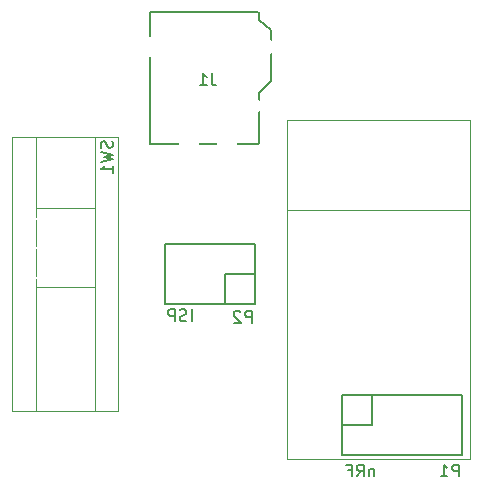
<source format=gbo>
%FSLAX46Y46*%
G04 Gerber Fmt 4.6, Leading zero omitted, Abs format (unit mm)*
G04 Created by KiCad (PCBNEW (2014-10-27 BZR 5228)-product) date 1/4/2015 7:38:25 PM*
%MOMM*%
G01*
G04 APERTURE LIST*
%ADD10C,0.100000*%
%ADD11C,0.150000*%
%ADD12C,0.099060*%
%ADD13C,4.318000*%
%ADD14C,2.032000*%
%ADD15R,1.727200X1.727200*%
%ADD16O,1.727200X1.727200*%
%ADD17C,2.499360*%
%ADD18O,1.506220X3.014980*%
%ADD19C,1.778000*%
%ADD20C,0.990600*%
%ADD21O,1.981200X1.501140*%
G04 APERTURE END LIST*
D10*
X85090000Y-15367000D02*
X69596000Y-15367000D01*
X85090000Y-36449000D02*
X85090000Y-7747000D01*
X69596000Y-36449000D02*
X85090000Y-36449000D01*
X69596000Y-7747000D02*
X85090000Y-7747000D01*
X69596000Y-7747000D02*
X69596000Y-36449000D01*
D11*
X76760000Y-31036000D02*
X84380000Y-31036000D01*
X84380000Y-31036000D02*
X84380000Y-36116000D01*
X84380000Y-36116000D02*
X74220000Y-36116000D01*
X74220000Y-36116000D02*
X74220000Y-33576000D01*
X74220000Y-31036000D02*
X76760000Y-31036000D01*
X74220000Y-33576000D02*
X76760000Y-33576000D01*
X76760000Y-33576000D02*
X76760000Y-31036000D01*
X74220000Y-31036000D02*
X74220000Y-33576000D01*
X66865500Y-20764500D02*
X64325500Y-20764500D01*
X64325500Y-20764500D02*
X64325500Y-23304500D01*
X66865500Y-23304500D02*
X59245500Y-23304500D01*
X59245500Y-23304500D02*
X59245500Y-18224500D01*
X59245500Y-18224500D02*
X64325500Y-18224500D01*
X66865500Y-23304500D02*
X66865500Y-20764500D01*
X66865500Y-18224500D02*
X66865500Y-20764500D01*
X64325500Y-18224500D02*
X66865500Y-18224500D01*
X67183000Y-5486400D02*
X67183000Y-9677400D01*
X67183000Y1371600D02*
X67183000Y736600D01*
X67183000Y-5486400D02*
X68199000Y-4470400D01*
X68199000Y-4470400D02*
X68199000Y-152400D01*
X68199000Y-152400D02*
X67183000Y736600D01*
X57962800Y-9728200D02*
X67157600Y-9728200D01*
X57962800Y1371600D02*
X57962800Y-9728200D01*
X57962800Y1371600D02*
X62865000Y1371600D01*
X62865000Y1371600D02*
X67157600Y1371600D01*
D12*
X53299360Y-21904960D02*
X48300640Y-21904960D01*
X53299360Y-15204440D02*
X48300640Y-15204440D01*
X48300640Y-32405320D02*
X48300640Y-9204960D01*
X53299360Y-32405320D02*
X53299360Y-9204960D01*
X46299120Y-32405320D02*
X55300880Y-32405320D01*
X55300880Y-9204960D02*
X55300880Y-32405320D01*
X46299120Y-9204960D02*
X46299120Y-32405320D01*
X55300880Y-9204960D02*
X46299120Y-9204960D01*
D11*
X84113595Y-37917381D02*
X84113595Y-36917381D01*
X83732642Y-36917381D01*
X83637404Y-36965000D01*
X83589785Y-37012619D01*
X83542166Y-37107857D01*
X83542166Y-37250714D01*
X83589785Y-37345952D01*
X83637404Y-37393571D01*
X83732642Y-37441190D01*
X84113595Y-37441190D01*
X82589785Y-37917381D02*
X83161214Y-37917381D01*
X82875500Y-37917381D02*
X82875500Y-36917381D01*
X82970738Y-37060238D01*
X83065976Y-37155476D01*
X83161214Y-37203095D01*
X76961857Y-37250714D02*
X76961857Y-37917381D01*
X76961857Y-37345952D02*
X76914238Y-37298333D01*
X76819000Y-37250714D01*
X76676142Y-37250714D01*
X76580904Y-37298333D01*
X76533285Y-37393571D01*
X76533285Y-37917381D01*
X75485666Y-37917381D02*
X75819000Y-37441190D01*
X76057095Y-37917381D02*
X76057095Y-36917381D01*
X75676142Y-36917381D01*
X75580904Y-36965000D01*
X75533285Y-37012619D01*
X75485666Y-37107857D01*
X75485666Y-37250714D01*
X75533285Y-37345952D01*
X75580904Y-37393571D01*
X75676142Y-37441190D01*
X76057095Y-37441190D01*
X74723761Y-37393571D02*
X75057095Y-37393571D01*
X75057095Y-37917381D02*
X75057095Y-36917381D01*
X74580904Y-36917381D01*
X66587595Y-24899881D02*
X66587595Y-23899881D01*
X66206642Y-23899881D01*
X66111404Y-23947500D01*
X66063785Y-23995119D01*
X66016166Y-24090357D01*
X66016166Y-24233214D01*
X66063785Y-24328452D01*
X66111404Y-24376071D01*
X66206642Y-24423690D01*
X66587595Y-24423690D01*
X65635214Y-23995119D02*
X65587595Y-23947500D01*
X65492357Y-23899881D01*
X65254261Y-23899881D01*
X65159023Y-23947500D01*
X65111404Y-23995119D01*
X65063785Y-24090357D01*
X65063785Y-24185595D01*
X65111404Y-24328452D01*
X65682833Y-24899881D01*
X65063785Y-24899881D01*
X61491690Y-24772881D02*
X61491690Y-23772881D01*
X61063119Y-24725262D02*
X60920262Y-24772881D01*
X60682166Y-24772881D01*
X60586928Y-24725262D01*
X60539309Y-24677643D01*
X60491690Y-24582405D01*
X60491690Y-24487167D01*
X60539309Y-24391929D01*
X60586928Y-24344310D01*
X60682166Y-24296690D01*
X60872643Y-24249071D01*
X60967881Y-24201452D01*
X61015500Y-24153833D01*
X61063119Y-24058595D01*
X61063119Y-23963357D01*
X61015500Y-23868119D01*
X60967881Y-23820500D01*
X60872643Y-23772881D01*
X60634547Y-23772881D01*
X60491690Y-23820500D01*
X60063119Y-24772881D02*
X60063119Y-23772881D01*
X59682166Y-23772881D01*
X59586928Y-23820500D01*
X59539309Y-23868119D01*
X59491690Y-23963357D01*
X59491690Y-24106214D01*
X59539309Y-24201452D01*
X59586928Y-24249071D01*
X59682166Y-24296690D01*
X60063119Y-24296690D01*
X63198333Y-3795781D02*
X63198333Y-4510067D01*
X63245953Y-4652924D01*
X63341191Y-4748162D01*
X63484048Y-4795781D01*
X63579286Y-4795781D01*
X62198333Y-4795781D02*
X62769762Y-4795781D01*
X62484048Y-4795781D02*
X62484048Y-3795781D01*
X62579286Y-3938638D01*
X62674524Y-4033876D01*
X62769762Y-4081495D01*
X54760762Y-9525167D02*
X54808381Y-9668024D01*
X54808381Y-9906120D01*
X54760762Y-10001358D01*
X54713143Y-10048977D01*
X54617905Y-10096596D01*
X54522667Y-10096596D01*
X54427429Y-10048977D01*
X54379810Y-10001358D01*
X54332190Y-9906120D01*
X54284571Y-9715643D01*
X54236952Y-9620405D01*
X54189333Y-9572786D01*
X54094095Y-9525167D01*
X53998857Y-9525167D01*
X53903619Y-9572786D01*
X53856000Y-9620405D01*
X53808381Y-9715643D01*
X53808381Y-9953739D01*
X53856000Y-10096596D01*
X53808381Y-10429929D02*
X54808381Y-10668024D01*
X54094095Y-10858501D01*
X54808381Y-11048977D01*
X53808381Y-11287072D01*
X54808381Y-12191834D02*
X54808381Y-11620405D01*
X54808381Y-11906119D02*
X53808381Y-11906119D01*
X53951238Y-11810881D01*
X54046476Y-11715643D01*
X54094095Y-11620405D01*
%LPC*%
D13*
X31877000Y-6985000D03*
X93599000Y-6985000D03*
D14*
X3683000Y-14478000D03*
X121793000Y-14732000D03*
X57480200Y-29133800D03*
D15*
X75490000Y-32306000D03*
D16*
X75490000Y-34846000D03*
X78030000Y-32306000D03*
X78030000Y-34846000D03*
X80570000Y-32306000D03*
X80570000Y-34846000D03*
X83110000Y-32306000D03*
X83110000Y-34846000D03*
D15*
X65595500Y-22034500D03*
D16*
X65595500Y-19494500D03*
X63055500Y-22034500D03*
X63055500Y-19494500D03*
X60515500Y-22034500D03*
X60515500Y-19494500D03*
D17*
X11176000Y-13208000D03*
X25019000Y-8636000D03*
X99568000Y-8128000D03*
X114554000Y-13970000D03*
D18*
X38290500Y-14033500D03*
X35750500Y-14033500D03*
D19*
X58064400Y-1524000D03*
X67564000Y-1524000D03*
X61264800Y-9626600D03*
X64465200Y-9626600D03*
X66471800Y-6527800D03*
D20*
X62865000Y-1524000D03*
X62865000Y-6527800D03*
D21*
X49298860Y-16106140D03*
X52301140Y-16106140D03*
X52301140Y-18605500D03*
X49298860Y-18605500D03*
X52301140Y-21104860D03*
X49298860Y-21104860D03*
X49530000Y-12405360D03*
X52070000Y-12405360D03*
D19*
X7112000Y-17018000D03*
X7112000Y-19558000D03*
M02*

</source>
